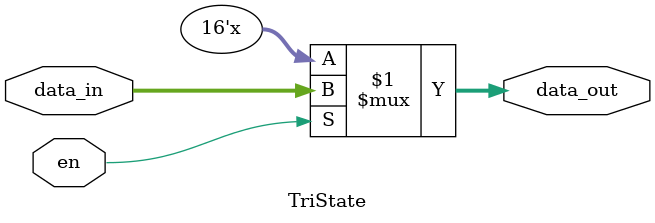
<source format=v>
module TriState(data_in, data_out, en);
    parameter DATA_WIDTH = 16;

    input   en;
    input   [DATA_WIDTH - 1:0] data_in;
    output  [DATA_WIDTH - 1:0] data_out;

    assign  data_out = (en) ? data_in : 16'dz;
endmodule
</source>
